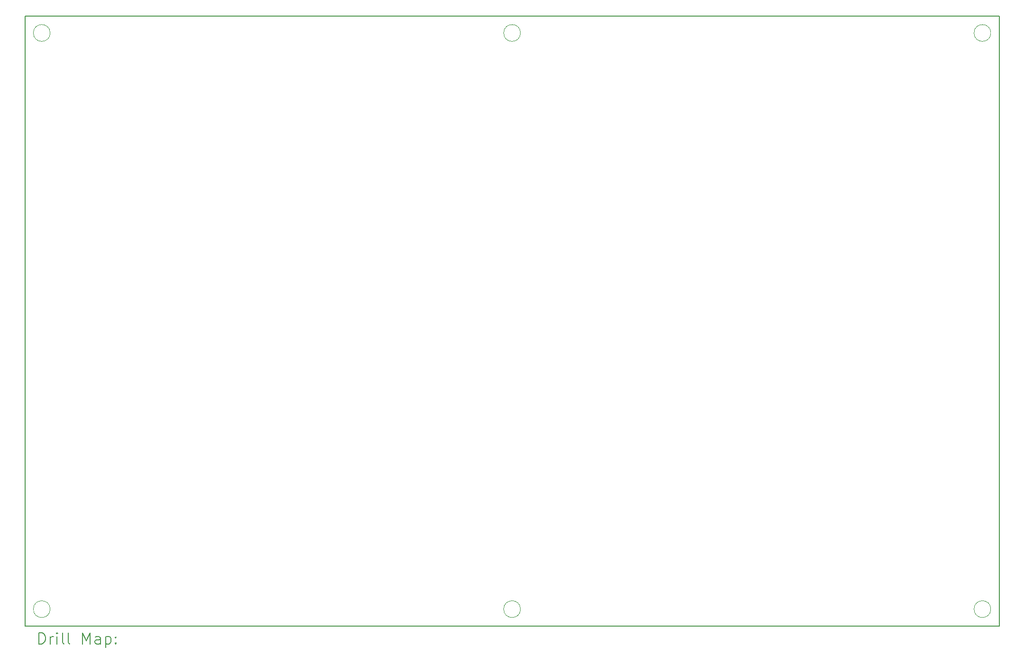
<source format=gbr>
%TF.GenerationSoftware,KiCad,Pcbnew,8.0.1-8.0.1-1~ubuntu22.04.1*%
%TF.CreationDate,2024-05-02T00:15:07-04:00*%
%TF.ProjectId,Claculator_Display,436c6163-756c-4617-946f-725f44697370,rev?*%
%TF.SameCoordinates,Original*%
%TF.FileFunction,Drillmap*%
%TF.FilePolarity,Positive*%
%FSLAX45Y45*%
G04 Gerber Fmt 4.5, Leading zero omitted, Abs format (unit mm)*
G04 Created by KiCad (PCBNEW 8.0.1-8.0.1-1~ubuntu22.04.1) date 2024-05-02 00:15:07*
%MOMM*%
%LPD*%
G01*
G04 APERTURE LIST*
%ADD10C,0.100000*%
%ADD11C,0.200000*%
G04 APERTURE END LIST*
D10*
X12348000Y-4410000D02*
G75*
G02*
X12048000Y-4410000I-150000J0D01*
G01*
X12048000Y-4410000D02*
G75*
G02*
X12348000Y-4410000I150000J0D01*
G01*
X20748000Y-4410000D02*
G75*
G02*
X20448000Y-4410000I-150000J0D01*
G01*
X20448000Y-4410000D02*
G75*
G02*
X20748000Y-4410000I150000J0D01*
G01*
D11*
X11898000Y-4110000D02*
X29298000Y-4110000D01*
X29298000Y-15010000D01*
X11898000Y-15010000D01*
X11898000Y-4110000D01*
D10*
X20748000Y-14710000D02*
G75*
G02*
X20448000Y-14710000I-150000J0D01*
G01*
X20448000Y-14710000D02*
G75*
G02*
X20748000Y-14710000I150000J0D01*
G01*
X12348000Y-14710000D02*
G75*
G02*
X12048000Y-14710000I-150000J0D01*
G01*
X12048000Y-14710000D02*
G75*
G02*
X12348000Y-14710000I150000J0D01*
G01*
X29148000Y-14710000D02*
G75*
G02*
X28848000Y-14710000I-150000J0D01*
G01*
X28848000Y-14710000D02*
G75*
G02*
X29148000Y-14710000I150000J0D01*
G01*
X29148000Y-4410000D02*
G75*
G02*
X28848000Y-4410000I-150000J0D01*
G01*
X28848000Y-4410000D02*
G75*
G02*
X29148000Y-4410000I150000J0D01*
G01*
D11*
X12148777Y-15331484D02*
X12148777Y-15131484D01*
X12148777Y-15131484D02*
X12196396Y-15131484D01*
X12196396Y-15131484D02*
X12224967Y-15141008D01*
X12224967Y-15141008D02*
X12244015Y-15160055D01*
X12244015Y-15160055D02*
X12253539Y-15179103D01*
X12253539Y-15179103D02*
X12263062Y-15217198D01*
X12263062Y-15217198D02*
X12263062Y-15245769D01*
X12263062Y-15245769D02*
X12253539Y-15283865D01*
X12253539Y-15283865D02*
X12244015Y-15302912D01*
X12244015Y-15302912D02*
X12224967Y-15321960D01*
X12224967Y-15321960D02*
X12196396Y-15331484D01*
X12196396Y-15331484D02*
X12148777Y-15331484D01*
X12348777Y-15331484D02*
X12348777Y-15198150D01*
X12348777Y-15236246D02*
X12358301Y-15217198D01*
X12358301Y-15217198D02*
X12367824Y-15207674D01*
X12367824Y-15207674D02*
X12386872Y-15198150D01*
X12386872Y-15198150D02*
X12405920Y-15198150D01*
X12472586Y-15331484D02*
X12472586Y-15198150D01*
X12472586Y-15131484D02*
X12463062Y-15141008D01*
X12463062Y-15141008D02*
X12472586Y-15150531D01*
X12472586Y-15150531D02*
X12482110Y-15141008D01*
X12482110Y-15141008D02*
X12472586Y-15131484D01*
X12472586Y-15131484D02*
X12472586Y-15150531D01*
X12596396Y-15331484D02*
X12577348Y-15321960D01*
X12577348Y-15321960D02*
X12567824Y-15302912D01*
X12567824Y-15302912D02*
X12567824Y-15131484D01*
X12701158Y-15331484D02*
X12682110Y-15321960D01*
X12682110Y-15321960D02*
X12672586Y-15302912D01*
X12672586Y-15302912D02*
X12672586Y-15131484D01*
X12929729Y-15331484D02*
X12929729Y-15131484D01*
X12929729Y-15131484D02*
X12996396Y-15274341D01*
X12996396Y-15274341D02*
X13063062Y-15131484D01*
X13063062Y-15131484D02*
X13063062Y-15331484D01*
X13244015Y-15331484D02*
X13244015Y-15226722D01*
X13244015Y-15226722D02*
X13234491Y-15207674D01*
X13234491Y-15207674D02*
X13215443Y-15198150D01*
X13215443Y-15198150D02*
X13177348Y-15198150D01*
X13177348Y-15198150D02*
X13158301Y-15207674D01*
X13244015Y-15321960D02*
X13224967Y-15331484D01*
X13224967Y-15331484D02*
X13177348Y-15331484D01*
X13177348Y-15331484D02*
X13158301Y-15321960D01*
X13158301Y-15321960D02*
X13148777Y-15302912D01*
X13148777Y-15302912D02*
X13148777Y-15283865D01*
X13148777Y-15283865D02*
X13158301Y-15264817D01*
X13158301Y-15264817D02*
X13177348Y-15255293D01*
X13177348Y-15255293D02*
X13224967Y-15255293D01*
X13224967Y-15255293D02*
X13244015Y-15245769D01*
X13339253Y-15198150D02*
X13339253Y-15398150D01*
X13339253Y-15207674D02*
X13358301Y-15198150D01*
X13358301Y-15198150D02*
X13396396Y-15198150D01*
X13396396Y-15198150D02*
X13415443Y-15207674D01*
X13415443Y-15207674D02*
X13424967Y-15217198D01*
X13424967Y-15217198D02*
X13434491Y-15236246D01*
X13434491Y-15236246D02*
X13434491Y-15293388D01*
X13434491Y-15293388D02*
X13424967Y-15312436D01*
X13424967Y-15312436D02*
X13415443Y-15321960D01*
X13415443Y-15321960D02*
X13396396Y-15331484D01*
X13396396Y-15331484D02*
X13358301Y-15331484D01*
X13358301Y-15331484D02*
X13339253Y-15321960D01*
X13520205Y-15312436D02*
X13529729Y-15321960D01*
X13529729Y-15321960D02*
X13520205Y-15331484D01*
X13520205Y-15331484D02*
X13510682Y-15321960D01*
X13510682Y-15321960D02*
X13520205Y-15312436D01*
X13520205Y-15312436D02*
X13520205Y-15331484D01*
X13520205Y-15207674D02*
X13529729Y-15217198D01*
X13529729Y-15217198D02*
X13520205Y-15226722D01*
X13520205Y-15226722D02*
X13510682Y-15217198D01*
X13510682Y-15217198D02*
X13520205Y-15207674D01*
X13520205Y-15207674D02*
X13520205Y-15226722D01*
M02*

</source>
